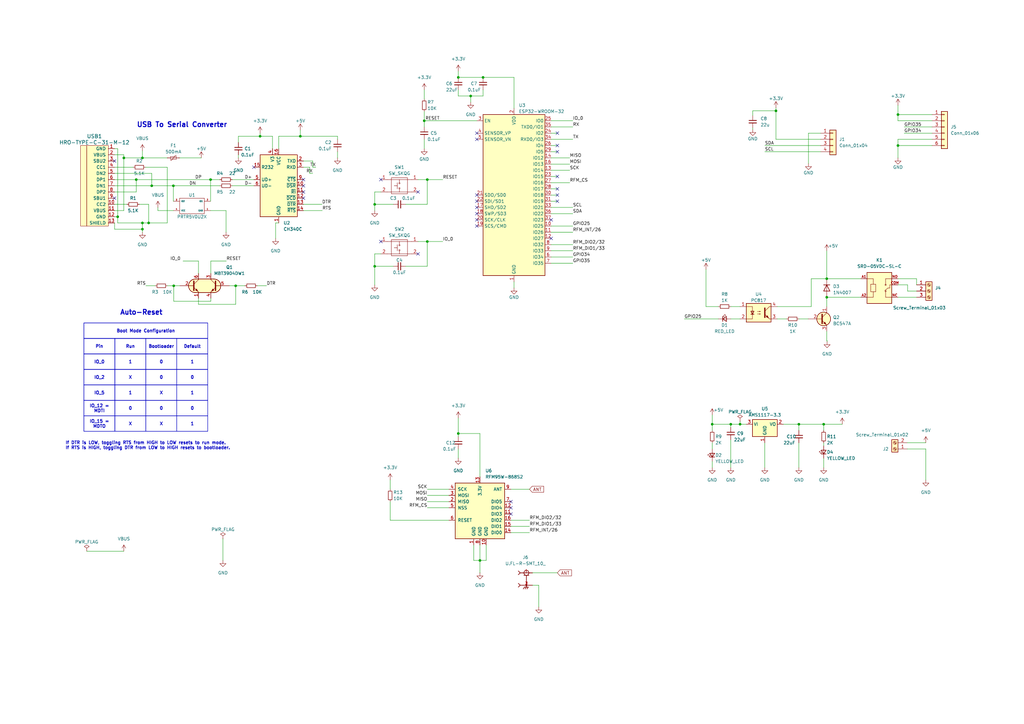
<source format=kicad_sch>
(kicad_sch (version 20231120) (generator "eeschema") (generator_version "8.0")
  (paper "A3")
  (title_block (title "IOT_ESP32") (date "2024-05-27") (company "InspireTech"))
  (junction (at 339.09 121.92))
  (junction (at 339.09 114.3))
  (junction (at 55.88 73.66))
  (junction (at 71.12 76.2))
  (junction (at 153.67 109.22))
  (junction (at 62.23 76.2))
  (junction (at 187.96 177.8))
  (junction (at 198.12 31.75))
  (junction (at 327.66 173.99))
  (junction (at 106.68 55.88))
  (junction (at 173.99 49.53))
  (junction (at 175.26 99.06))
  (junction (at 123.19 55.88))
  (junction (at 196.85 229.87))
  (junction (at 58.42 93.98))
  (junction (at 60.96 91.44))
  (junction (at 48.26 88.9))
  (junction (at 58.42 64.77))
  (junction (at 187.96 31.75))
  (junction (at 175.26 73.66))
  (junction (at 368.3 59.69))
  (junction (at 153.67 83.82))
  (junction (at 58.42 91.44))
  (junction (at 71.247 117.221))
  (junction (at 86.36 73.66))
  (junction (at 368.3 46.99))
  (junction (at 299.72 173.99))
  (junction (at 303.53 173.99))
  (junction (at 50.8 64.77))
  (junction (at 337.82 173.99))
  (junction (at 193.04 39.37))
  (junction (at 96.647 117.221))
  (junction (at 292.1 173.99))
  (junction (at 318.262 45.466))
  (no_connect (at 228.6 59.69))
  (no_connect (at 226.06 97.79))
  (no_connect (at 104.14 68.58))
  (no_connect (at 195.58 92.71))
  (no_connect (at 228.6 77.47))
  (no_connect (at 195.58 82.55))
  (no_connect (at 228.6 80.01))
  (no_connect (at 46.99 66.04))
  (no_connect (at 156.21 99.06))
  (no_connect (at 124.46 76.2))
  (no_connect (at 124.46 78.74))
  (no_connect (at 228.6 82.55))
  (no_connect (at 195.58 80.01))
  (no_connect (at 124.46 73.66))
  (no_connect (at 226.06 90.17))
  (no_connect (at 171.45 104.14))
  (no_connect (at 195.58 57.15))
  (no_connect (at 156.21 73.66))
  (no_connect (at 209.55 205.74))
  (no_connect (at 195.58 85.09))
  (no_connect (at 195.58 54.61))
  (no_connect (at 209.55 208.28))
  (no_connect (at 171.45 78.74))
  (no_connect (at 46.99 81.28))
  (no_connect (at 124.46 81.28))
  (no_connect (at 195.58 87.63))
  (no_connect (at 195.58 90.17))
  (no_connect (at 228.6 72.39))
  (no_connect (at 228.6 62.23))
  (no_connect (at 209.55 210.82))
  (no_connect (at 228.6 54.61))
  (wire (pts (xy 217.17 213.36) (xy 209.55 213.36)))
  (wire (pts (xy 106.68 54.61) (xy 106.68 55.88)))
  (wire (pts (xy 161.29 109.22) (xy 153.67 109.22)))
  (polyline (pts (xy 47.117 138.811) (xy 47.117 176.911)))
  (wire (pts (xy 368.3 114.3) (xy 375.92 114.3)))
  (wire (pts (xy 46.99 60.96) (xy 48.26 60.96)))
  (wire (pts (xy 166.37 83.82) (xy 175.26 83.82)))
  (wire (pts (xy 337.82 173.99) (xy 345.44 173.99)))
  (wire (pts (xy 75.057 107.061) (xy 81.407 107.061)))
  (wire (pts (xy 68.707 117.221) (xy 71.247 117.221)))
  (wire (pts (xy 299.72 125.73) (xy 303.53 125.73)))
  (wire (pts (xy 113.03 91.44) (xy 113.03 97.79)))
  (wire (pts (xy 226.06 74.93) (xy 233.68 74.93)))
  (wire (pts (xy 60.96 91.44) (xy 68.58 91.44)))
  (wire (pts (xy 166.37 109.22) (xy 175.26 109.22)))
  (wire (pts (xy 59.69 68.58) (xy 68.58 68.58)))
  (wire (pts (xy 46.99 83.82) (xy 52.07 83.82)))
  (wire (pts (xy 71.12 76.2) (xy 90.17 76.2)))
  (wire (pts (xy 60.96 83.82) (xy 60.96 91.44)))
  (wire (pts (xy 175.26 109.22) (xy 175.26 99.06)))
  (wire (pts (xy 55.88 73.66) (xy 86.36 73.66)))
  (wire (pts (xy 303.53 172.72) (xy 303.53 173.99)))
  (wire (pts (xy 210.82 44.45) (xy 210.82 31.75)))
  (wire (pts (xy 289.56 110.49) (xy 289.56 125.73)))
  (wire (pts (xy 46.99 86.36) (xy 50.8 86.36)))
  (wire (pts (xy 226.06 54.61) (xy 228.6 54.61)))
  (wire (pts (xy 370.84 54.61) (xy 382.27 54.61)))
  (wire (pts (xy 153.67 83.82) (xy 153.67 78.74)))
  (wire (pts (xy 71.12 76.2) (xy 71.12 82.55)))
  (polyline (pts (xy 34.417 157.861) (xy 85.217 157.861)))
  (wire (pts (xy 173.99 49.53) (xy 173.99 52.07)))
  (wire (pts (xy 62.23 76.2) (xy 71.12 76.2)))
  (wire (pts (xy 161.29 83.82) (xy 153.67 83.82)))
  (wire (pts (xy 368.3 59.69) (xy 382.27 59.69)))
  (wire (pts (xy 58.42 64.77) (xy 68.58 64.77)))
  (wire (pts (xy 138.43 64.77) (xy 138.43 62.23)))
  (wire (pts (xy 308.737 53.086) (xy 308.737 52.451)))
  (wire (pts (xy 337.82 187.96) (xy 337.82 191.77)))
  (wire (pts (xy 106.68 55.88) (xy 111.76 55.88)))
  (wire (pts (xy 196.85 223.52) (xy 196.85 229.87)))
  (wire (pts (xy 153.67 109.22) (xy 153.67 104.14)))
  (wire (pts (xy 226.06 64.77) (xy 233.68 64.77)))
  (polyline (pts (xy 59.817 138.811) (xy 59.817 176.911)))
  (wire (pts (xy 58.42 91.44) (xy 60.96 91.44)))
  (wire (pts (xy 187.96 171.45) (xy 187.96 177.8)))
  (wire (pts (xy 303.53 173.99) (xy 306.07 173.99)))
  (wire (pts (xy 153.67 78.74) (xy 156.21 78.74)))
  (wire (pts (xy 96.647 117.221) (xy 100.457 117.221)))
  (wire (pts (xy 198.12 39.37) (xy 193.04 39.37)))
  (wire (pts (xy 58.42 91.44) (xy 58.42 93.98)))
  (wire (pts (xy 372.11 184.15) (xy 379.73 184.15)))
  (wire (pts (xy 160.02 205.74) (xy 160.02 213.36)))
  (wire (pts (xy 46.99 73.66) (xy 55.88 73.66)))
  (wire (pts (xy 226.06 49.53) (xy 234.95 49.53)))
  (wire (pts (xy 339.09 135.89) (xy 339.09 139.7)))
  (wire (pts (xy 220.98 240.03) (xy 218.44 240.03)))
  (wire (pts (xy 327.66 173.99) (xy 337.82 173.99)))
  (wire (pts (xy 331.597 54.61) (xy 331.597 67.056)))
  (wire (pts (xy 123.19 53.34) (xy 123.19 55.88)))
  (wire (pts (xy 46.99 76.2) (xy 62.23 76.2)))
  (wire (pts (xy 114.3 55.88) (xy 114.3 60.96)))
  (wire (pts (xy 289.56 125.73) (xy 294.64 125.73)))
  (wire (pts (xy 48.26 60.96) (xy 48.26 88.9)))
  (wire (pts (xy 173.99 49.53) (xy 173.99 45.72)))
  (wire (pts (xy 96.647 117.221) (xy 96.647 124.841)))
  (wire (pts (xy 226.06 95.25) (xy 234.95 95.25)))
  (wire (pts (xy 138.43 55.88) (xy 123.19 55.88)))
  (wire (pts (xy 160.02 196.85) (xy 160.02 200.66)))
  (wire (pts (xy 46.99 93.98) (xy 58.42 93.98)))
  (wire (pts (xy 313.69 181.61) (xy 313.69 191.77)))
  (wire (pts (xy 318.77 130.81) (xy 322.58 130.81)))
  (wire (pts (xy 339.09 121.92) (xy 353.06 121.92)))
  (wire (pts (xy 175.26 203.2) (xy 184.15 203.2)))
  (wire (pts (xy 226.06 92.71) (xy 234.95 92.71)))
  (wire (pts (xy 194.31 229.87) (xy 196.85 229.87)))
  (wire (pts (xy 95.25 73.66) (xy 104.14 73.66)))
  (wire (pts (xy 234.95 105.41) (xy 226.06 105.41)))
  (wire (pts (xy 106.68 55.88) (xy 97.79 55.88)))
  (wire (pts (xy 153.67 83.82) (xy 153.67 86.36)))
  (wire (pts (xy 226.06 85.09) (xy 234.95 85.09)))
  (wire (pts (xy 128.27 66.04) (xy 128.27 68.58)))
  (wire (pts (xy 46.99 68.58) (xy 54.61 68.58)))
  (wire (pts (xy 368.3 46.99) (xy 382.27 46.99)))
  (wire (pts (xy 337.82 182.88) (xy 337.82 181.61)))
  (wire (pts (xy 228.6 62.23) (xy 226.06 62.23)))
  (wire (pts (xy 299.72 173.99) (xy 303.53 173.99)))
  (wire (pts (xy 337.82 173.99) (xy 337.82 176.53)))
  (wire (pts (xy 81.407 122.301) (xy 81.407 124.841)))
  (wire (pts (xy 58.42 61.849) (xy 58.42 64.77)))
  (wire (pts (xy 46.99 71.12) (xy 62.23 71.12)))
  (wire (pts (xy 226.06 102.87) (xy 234.95 102.87)))
  (wire (pts (xy 196.85 229.87) (xy 196.85 234.95)))
  (wire (pts (xy 48.26 91.44) (xy 58.42 91.44)))
  (wire (pts (xy 217.17 215.9) (xy 209.55 215.9)))
  (wire (pts (xy 124.46 66.04) (xy 128.27 66.04)))
  (wire (pts (xy 59.817 117.221) (xy 63.627 117.221)))
  (wire (pts (xy 35.56 226.06) (xy 50.8 226.06)))
  (wire (pts (xy 175.26 73.66) (xy 181.61 73.66)))
  (wire (pts (xy 127 71.12) (xy 128.27 71.12)))
  (wire (pts (xy 86.487 122.301) (xy 86.487 123.571)))
  (wire (pts (xy 97.79 55.88) (xy 97.79 58.42)))
  (wire (pts (xy 368.3 121.92) (xy 375.92 121.92)))
  (wire (pts (xy 64.77 86.36) (xy 64.77 85.09)))
  (wire (pts (xy 368.3 116.84) (xy 372.237 116.84)))
  (wire (pts (xy 57.15 83.82) (xy 60.96 83.82)))
  (wire (pts (xy 370.84 52.07) (xy 382.27 52.07)))
  (wire (pts (xy 327.66 181.61) (xy 327.66 191.77)))
  (wire (pts (xy 86.36 73.66) (xy 90.17 73.66)))
  (wire (pts (xy 368.3 59.69) (xy 368.3 64.77)))
  (wire (pts (xy 86.487 123.571) (xy 71.247 123.571)))
  (wire (pts (xy 187.96 187.96) (xy 187.96 184.15)))
  (wire (pts (xy 368.3 49.53) (xy 382.27 49.53)))
  (wire (pts (xy 379.73 184.15) (xy 379.73 196.85)))
  (wire (pts (xy 175.26 99.06) (xy 171.45 99.06)))
  (wire (pts (xy 127 68.58) (xy 127 71.12)))
  (wire (pts (xy 86.487 107.061) (xy 92.837 107.061)))
  (wire (pts (xy 71.247 123.571) (xy 71.247 117.221)))
  (wire (pts (xy 114.3 55.88) (xy 123.19 55.88)))
  (polyline (pts (xy 34.417 145.161) (xy 85.217 145.161)))
  (wire (pts (xy 368.3 46.99) (xy 368.3 49.53)))
  (wire (pts (xy 91.44 220.98) (xy 91.44 229.87)))
  (wire (pts (xy 111.76 55.88) (xy 111.76 60.96)))
  (wire (pts (xy 372.237 119.38) (xy 375.92 119.38)))
  (wire (pts (xy 196.85 177.8) (xy 196.85 195.58)))
  (wire (pts (xy 95.25 76.2) (xy 104.14 76.2)))
  (wire (pts (xy 71.12 86.36) (xy 64.77 86.36)))
  (wire (pts (xy 226.06 87.63) (xy 234.95 87.63)))
  (wire (pts (xy 105.537 117.221) (xy 109.347 117.221)))
  (wire (pts (xy 226.06 69.85) (xy 233.68 69.85)))
  (wire (pts (xy 339.09 114.3) (xy 353.06 114.3)))
  (wire (pts (xy 97.79 64.77) (xy 97.79 63.5)))
  (wire (pts (xy 46.99 63.5) (xy 50.8 63.5)))
  (wire (pts (xy 292.1 173.99) (xy 292.1 176.53)))
  (wire (pts (xy 226.06 77.47) (xy 228.6 77.47)))
  (wire (pts (xy 187.96 29.21) (xy 187.96 31.75)))
  (wire (pts (xy 318.262 45.466) (xy 318.262 57.15)))
  (wire (pts (xy 86.487 112.141) (xy 86.487 107.061)))
  (wire (pts (xy 339.09 139.7) (xy 339.217 139.7)))
  (wire (pts (xy 193.04 39.37) (xy 193.04 41.91)))
  (wire (pts (xy 226.06 72.39) (xy 228.6 72.39)))
  (wire (pts (xy 318.77 125.73) (xy 332.74 125.73)))
  (wire (pts (xy 228.6 234.95) (xy 218.44 234.95)))
  (wire (pts (xy 336.55 57.15) (xy 318.262 57.15)))
  (wire (pts (xy 226.06 82.55) (xy 228.6 82.55)))
  (wire (pts (xy 124.46 68.58) (xy 127 68.58)))
  (wire (pts (xy 199.39 223.52) (xy 199.39 229.87)))
  (wire (pts (xy 339.09 121.92) (xy 339.09 125.73)))
  (wire (pts (xy 81.407 107.061) (xy 81.407 112.141)))
  (wire (pts (xy 153.67 109.22) (xy 153.67 116.84)))
  (wire (pts (xy 50.8 63.5) (xy 50.8 64.77)))
  (wire (pts (xy 114.3 91.44) (xy 113.03 91.44)))
  (wire (pts (xy 280.67 130.81) (xy 294.64 130.81)))
  (wire (pts (xy 92.71 86.36) (xy 86.36 86.36)))
  (wire (pts (xy 372.237 116.84) (xy 372.237 119.38)))
  (wire (pts (xy 226.06 57.15) (xy 234.95 57.15)))
  (wire (pts (xy 292.1 173.99) (xy 299.72 173.99)))
  (polyline (pts (xy 34.417 164.211) (xy 85.217 164.211)))
  (wire (pts (xy 234.95 107.95) (xy 226.06 107.95)))
  (wire (pts (xy 210.82 31.75) (xy 198.12 31.75)))
  (wire (pts (xy 175.26 200.66) (xy 184.15 200.66)))
  (wire (pts (xy 187.96 177.8) (xy 187.96 179.07)))
  (wire (pts (xy 175.26 205.74) (xy 184.15 205.74)))
  (wire (pts (xy 82.55 64.77) (xy 73.66 64.77)))
  (wire (pts (xy 220.98 248.92) (xy 220.98 240.03)))
  (wire (pts (xy 94.107 117.221) (xy 96.647 117.221)))
  (wire (pts (xy 292.1 170.18) (xy 292.1 173.99)))
  (wire (pts (xy 175.26 99.06) (xy 181.61 99.06)))
  (wire (pts (xy 313.69 59.69) (xy 336.55 59.69)))
  (wire (pts (xy 292.1 181.61) (xy 292.1 184.15)))
  (wire (pts (xy 138.43 57.15) (xy 138.43 55.88)))
  (wire (pts (xy 153.67 104.14) (xy 156.21 104.14)))
  (wire (pts (xy 299.72 173.99) (xy 299.72 175.26)))
  (wire (pts (xy 124.46 83.82) (xy 132.08 83.82)))
  (wire (pts (xy 50.8 64.77) (xy 50.8 86.36)))
  (wire (pts (xy 193.04 39.37) (xy 187.96 39.37)))
  (wire (pts (xy 50.8 64.77) (xy 58.42 64.77)))
  (wire (pts (xy 339.09 102.87) (xy 339.09 114.3)))
  (wire (pts (xy 198.12 36.83) (xy 198.12 39.37)))
  (wire (pts (xy 327.66 130.81) (xy 331.47 130.81)))
  (polyline (pts (xy 34.417 138.811) (xy 85.217 138.811)))
  (wire (pts (xy 318.262 44.196) (xy 318.262 45.466)))
  (wire (pts (xy 194.31 223.52) (xy 194.31 229.87)))
  (wire (pts (xy 332.74 125.73) (xy 332.74 114.3)))
  (wire (pts (xy 62.23 71.12) (xy 62.23 76.2)))
  (wire (pts (xy 71.247 117.221) (xy 73.787 117.221)))
  (wire (pts (xy 321.31 173.99) (xy 327.66 173.99)))
  (wire (pts (xy 332.74 114.3) (xy 339.09 114.3)))
  (polyline (pts (xy 34.417 151.511) (xy 85.217 151.511)))
  (wire (pts (xy 313.69 62.23) (xy 336.55 62.23)))
  (wire (pts (xy 46.99 93.98) (xy 46.99 91.44)))
  (wire (pts (xy 375.92 114.3) (xy 375.92 116.84)))
  (wire (pts (xy 372.11 181.61) (xy 379.73 181.61)))
  (wire (pts (xy 299.72 130.81) (xy 303.53 130.81)))
  (wire (pts (xy 175.26 73.66) (xy 171.45 73.66)))
  (wire (pts (xy 299.72 180.34) (xy 299.72 191.77)))
  (wire (pts (xy 199.39 229.87) (xy 196.85 229.87)))
  (wire (pts (xy 209.55 200.66) (xy 217.17 200.66)))
  (wire (pts (xy 81.407 124.841) (xy 96.647 124.841)))
  (wire (pts (xy 187.96 39.37) (xy 187.96 36.83)))
  (wire (pts (xy 327.66 173.99) (xy 327.66 176.53)))
  (wire (pts (xy 226.06 67.31) (xy 233.68 67.31)))
  (polyline (pts (xy 72.517 138.811) (xy 72.517 176.911)))
  (wire (pts (xy 217.17 218.44) (xy 209.55 218.44)))
  (wire (pts (xy 173.99 36.83) (xy 173.99 40.64)))
  (wire (pts (xy 210.82 115.57) (xy 210.82 118.11)))
  (wire (pts (xy 46.99 78.74) (xy 55.88 78.74)))
  (wire (pts (xy 124.46 86.36) (xy 132.207 86.36)))
  (wire (pts (xy 228.6 59.69) (xy 226.06 59.69)))
  (wire (pts (xy 175.26 208.28) (xy 184.15 208.28)))
  (wire (pts (xy 46.99 88.9) (xy 48.26 88.9)))
  (wire (pts (xy 368.3 43.18) (xy 368.3 46.99)))
  (wire (pts (xy 336.55 54.61) (xy 331.597 54.61)))
  (wire (pts (xy 58.42 93.98) (xy 58.42 95.25)))
  (wire (pts (xy 173.99 57.15) (xy 173.99 60.96)))
  (wire (pts (xy 175.26 83.82) (xy 175.26 73.66)))
  (wire (pts (xy 92.71 86.36) (xy 92.71 95.25)))
  (wire (pts (xy 292.1 189.23) (xy 292.1 191.77)))
  (wire (pts (xy 368.3 57.15) (xy 368.3 59.69)))
  (wire (pts (xy 226.06 100.33) (xy 234.95 100.33)))
  (wire (pts (xy 339.217 139.7) (xy 339.217 140.081)))
  (wire (pts (xy 368.3 57.15) (xy 382.27 57.15)))
  (wire (pts (xy 128.27 68.58) (xy 129.54 68.58)))
  (wire (pts (xy 187.96 31.75) (xy 198.12 31.75)))
  (wire (pts (xy 226.06 80.01) (xy 228.6 80.01)))
  (wire (pts (xy 55.88 73.66) (xy 55.88 78.74)))
  (polyline (pts (xy 34.417 170.561) (xy 85.217 170.561)))
  (wire (pts (xy 226.06 52.07) (xy 234.95 52.07)))
  (wire (pts (xy 48.26 88.9) (xy 48.26 91.44)))
  (wire (pts (xy 195.58 49.53) (xy 173.99 49.53)))
  (wire (pts (xy 187.96 177.8) (xy 196.85 177.8)))
  (wire (pts (xy 184.15 213.36) (xy 160.02 213.36)))
  (wire (pts (xy 308.737 45.466) (xy 308.737 47.371)))
  (wire (pts (xy 68.58 68.58) (xy 68.58 91.44)))
  (wire (pts (xy 308.737 45.466) (xy 318.262 45.466)))
  (wire (pts (xy 86.36 73.66) (xy 86.36 82.55)))
  (rectangle (start 34.417 132.461) (end 85.217 176.911))
  (text_box "Pin" (at 34.417 138.811 0) (size 12.7 6.35) (effects (font (size 1.27 1.27) (thickness 0.254) (bold yes))))
  (text_box "Run" (at 47.117 138.811 0) (size 12.7 6.35) (effects (font (size 1.27 1.27) (thickness 0.254) (bold yes))))
  (text_box "X" (at 59.817 170.561 0) (size 12.7 6.35) (effects (font (size 1.27 1.27) (thickness 0.254) (bold yes))))
  (text_box "1" (at 47.117 157.861 0) (size 12.7 6.35) (effects (font (size 1.27 1.27) (thickness 0.254) (bold yes))))
  (text_box "0" (at 59.817 164.211 0) (size 12.7 6.35) (effects (font (size 1.27 1.27) (thickness 0.254) (bold yes))))
  (text_box "X" (at 59.817 157.861 0) (size 12.7 6.35) (effects (font (size 1.27 1.27) (thickness 0.254) (bold yes))))
  (text_box "Default" (at 72.517 138.811 0) (size 12.7 6.35) (effects (font (size 1.27 1.27) (thickness 0.254) (bold yes))))
  (text_box "Bootloader" (at 59.817 138.811 0) (size 12.7 6.35) (effects (font (size 1.27 1.27) (thickness 0.254) (bold yes))))
  (text_box "0" (at 72.517 164.211 0) (size 12.7 6.35) (effects (font (size 1.27 1.27) (thickness 0.254) (bold yes))))
  (text_box "IO_2" (at 34.417 151.511 0) (size 12.7 6.35) (effects (font (size 1.27 1.27) (thickness 0.254) (bold yes))))
  (text_box "IO_5" (at 34.417 157.861 0) (size 12.7 6.35) (effects (font (size 1.27 1.27) (thickness 0.254) (bold yes))))
  (text_box "IO_0" (at 34.417 145.161 0) (size 12.7 6.35) (effects (font (size 1.27 1.27) (thickness 0.254) (bold yes))))
  (text_box "IO_15 = MDTO" (at 34.417 170.561 0) (size 12.7 6.35) (effects (font (size 1.27 1.27) (thickness 0.254) (bold yes))))
  (text_box "X" (at 47.117 170.561 0) (size 12.7 6.35) (effects (font (size 1.27 1.27) (thickness 0.254) (bold yes))))
  (text_box "1" (at 72.517 157.861 0) (size 12.7 6.35) (effects (font (size 1.27 1.27) (thickness 0.254) (bold yes))))
  (text_box "IO_12 = MDTI" (at 34.417 164.211 0) (size 12.7 6.35) (effects (font (size 1.27 1.27) (thickness 0.254) (bold yes))))
  (text_box "0" (at 47.117 164.211 0) (size 12.7 6.35) (effects (font (size 1.27 1.27) (thickness 0.254) (bold yes))))
  (text_box "1" (at 72.517 170.561 0) (size 12.7 6.35) (effects (font (size 1.27 1.27) (thickness 0.254) (bold yes))))
  (text_box "0" (at 59.817 145.161 0) (size 12.7 6.35) (effects (font (size 1.27 1.27) (thickness 0.254) (bold yes))))
  (text_box "X" (at 47.117 151.511 0) (size 12.7 6.35) (effects (font (size 1.27 1.27) (thickness 0.254) (bold yes))))
  (text_box "1" (at 47.117 145.161 0) (size 12.7 6.35) (effects (font (size 1.27 1.27) (thickness 0.254) (bold yes))))
  (text_box "0" (at 72.517 151.511 0) (size 12.7 6.35) (effects (font (size 1.27 1.27) (thickness 0.254) (bold yes))))
  (text_box "1" (at 72.517 145.161 0) (size 12.7 6.35) (effects (font (size 1.27 1.27) (thickness 0.254) (bold yes))))
  (text_box "0" (at 59.817 151.511 0) (size 12.7 6.35) (effects (font (size 1.27 1.27) (thickness 0.254) (bold yes))))
  (text_box "Boot Mode Configuration" (at 34.417 132.461 0) (size 50.8 6.35) (effects (font (size 1.27 1.27) (bold yes))))
  (text "USB To Serial Converter" (at 56.007 52.451 0) (effects (font (size 2 2) (thickness 0.4) (bold yes)) (justify left bottom)))
  (text "Auto-Reset" (at 49.149 129.413 0) (effects (font (size 2 2) (thickness 0.4) (bold yes)) (justify left bottom)))
  (text "If DTR is LOW, toggling RTS from HIGH to LOW resets to run mode.\nIf RTS is HIGH, toggling DTR from LOW to HIGH resets to bootloader." (at 26.797 184.531 0) (effects (font (size 1.27 1.27) (bold yes)) (justify left bottom)))
  (label "GPIO25" (at 280.67 130.81 0))
  (label "RESET" (at 92.837 107.061 0))
  (label "RTS" (at 132.207 86.36 0))
  (label "DP" (at 80.01 73.66 0))
  (label "MOSI" (at 175.26 203.2 180))
  (label "RX" (at 128.27 71.12 180))
  (label "IO_0" (at 181.61 99.06 0))
  (label "GPIO25" (at 234.95 92.71 0))
  (label "SCK" (at 233.68 69.85 0))
  (label "RFM_CS" (at 233.68 74.93 0))
  (label "MISO" (at 233.68 64.77 0))
  (label "TX" (at 234.95 57.15 0))
  (label "RFM_DIO2{slash}32" (at 234.95 100.33 0))
  (label "GPIO35" (at 234.95 107.95 0))
  (label "RFM_DIO1{slash}33" (at 234.95 102.87 0))
  (label "MOSI" (at 233.68 67.31 0))
  (label "DN" (at 77.597 76.2 0))
  (label "IO_0 " (at 75.057 107.061 180))
  (label "DTR" (at 109.347 117.221 0))
  (label "TX" (at 129.54 68.58 180))
  (label "SCL" (at 234.95 85.09 0))
  (label "GPIO34" (at 370.84 54.61 0))
  (label "RFM_CS" (at 175.26 208.28 180))
  (label "RESET" (at 180.34 49.53 180))
  (label "MISO" (at 175.26 205.74 180))
  (label "SDA" (at 234.95 87.63 0))
  (label "RFM_INT{slash}26" (at 217.17 218.44 0))
  (label "IO_0 " (at 234.95 49.53 0))
  (label "RFM_INT{slash}26" (at 234.95 95.25 0))
  (label "SDA" (at 313.69 59.69 0))
  (label "D+" (at 100.33 73.66 0))
  (label "SCK" (at 175.26 200.66 180))
  (label "SCL" (at 313.69 62.23 0))
  (label "RFM_DIO1{slash}33" (at 217.17 215.9 0))
  (label "RFM_DIO2{slash}32" (at 217.17 213.36 0))
  (label "D-" (at 100.33 76.2 0))
  (label "DTR" (at 132.08 83.82 0))
  (label "RTS" (at 59.817 117.221 180))
  (label "RESET" (at 181.61 73.66 0))
  (label "GPIO35" (at 370.84 52.07 0))
  (label "RX" (at 234.95 52.07 0))
  (label "GPIO34" (at 234.95 105.41 0))
  (global_label "ANT" (shape input) (at 217.17 200.66 0) (property "Intersheetrefs" "${INTERSHEET_REFS}" (effects (hide yes))))
  (global_label "ANT" (shape input) (at 228.6 234.95 0) (property "Intersheetrefs" "${INTERSHEET_REFS}" (effects (hide yes))))
  (symbol (lib_id "Connector_Generic:Conn_01x06") (at 387.35 52.07 0) (unit 1)
    (property "Reference" "J5" (at 389.89 52.0699 0) (effects (justify left)))
    (property "Value" "Conn_01x06" (at 389.89 54.6099 0) (effects (justify left)))
    (property "Footprint" "Connector_PinHeader_2.54mm:PinHeader_1x06_P2.54mm_Vertical" (effects (hide yes)))
    (property "Description" "Generic connector, single row, 01x06, script generated (kicad-library-utils/schlib/autogen/connector/)" (effects (hide yes)))
  )
  (symbol (lib_id "power:GND") (at 113.03 97.79 0) (unit 1)
    (property "Reference" "#PWR011" (effects (hide yes)))
    (property "Value" "GND" (at 113.03 102.87 0))
  )
  (symbol (lib_id "power:GND") (at 58.42 95.25 0) (unit 1)
    (property "Reference" "#PWR02" (effects (hide yes)))
    (property "Value" "GND" (at 58.42 100.33 0))
  )
  (symbol (lib_id "power:VDD") (at 292.1 170.18 0) (unit 1)
    (property "Reference" "#PWR025" (effects (hide yes)))
    (property "Value" "+5V" (at 292.608 168.148 0) (effects (justify left)))
  )
  (symbol (lib_id "Device:C_Small") (at 308.737 49.911 0) (unit 1)
    (property "Reference" "C8" (at 311.912 48.6473 0) (effects (justify left)))
    (property "Value" "22u" (at 311.912 51.1873 0) (effects (justify left)))
    (property "Footprint" "Capacitor_SMD:C_0805_2012Metric_Pad1.18x1.45mm_HandSolder" (effects (hide yes)))
  )
  (symbol (lib_id "Device:C_Small") (at 299.72 177.8 0) (unit 1)
    (property "Reference" "C9" (at 302.26 177.8 0) (effects (justify left)))
    (property "Value" "22uF" (at 300.99 180.34 0) (effects (justify left)))
    (property "Footprint" "Capacitor_SMD:C_0805_2012Metric_Pad1.18x1.45mm_HandSolder" (effects (hide yes)))
  )
  (symbol (lib_id "Device:R_Small") (at 66.167 117.221 90) (unit 1)
    (property "Reference" "R3" (at 63.627 119.761 90))
    (property "Value" "10K" (at 68.707 119.761 90))
    (property "Footprint" "Resistor_SMD:R_0805_2012Metric_Pad1.20x1.40mm_HandSolder" (effects (hide yes)))
  )
  (symbol (lib_id "power:+3.3V") (at 160.02 196.85 0) (unit 1)
    (property "Reference" "#PWR046" (effects (hide yes)))
    (property "Value" "+3.3V" (at 160.02 191.77 0))
  )
  (symbol (lib_id "Device:R_Small") (at 92.71 76.2 90) (unit 1)
    (property "Reference" "R5" (at 90.17 78.74 90))
    (property "Value" "22" (at 95.25 78.74 90))
    (property "Footprint" "Resistor_SMD:R_0805_2012Metric_Pad1.20x1.40mm_HandSolder" (effects (hide yes)))
  )
  (symbol (lib_id "Connector_Generic:Conn_01x04") (at 341.63 57.15 0) (unit 1)
    (property "Reference" "J1" (at 344.17 57.1499 0) (effects (justify left)))
    (property "Value" "Conn_01x04" (at 344.17 59.6899 0) (effects (justify left)))
    (property "Footprint" "Connector_PinHeader_2.54mm:PinHeader_1x04_P2.54mm_Vertical" (effects (hide yes)))
    (property "Description" "Generic connector, single row, 01x04, script generated (kicad-library-utils/schlib/autogen/connector/)" (effects (hide yes)))
  )
  (symbol (lib_id "power:+3.3V") (at 379.73 181.61 0) (unit 1)
    (property "Reference" "#PWR030" (effects (hide yes)))
    (property "Value" "+5V" (at 379.73 176.53 0))
  )
  (symbol (lib_id "Device:R_Small") (at 102.997 117.221 90) (unit 1)
    (property "Reference" "R6" (at 100.457 119.761 90))
    (property "Value" "10K" (at 105.537 119.761 90))
    (property "Footprint" "Resistor_SMD:R_0805_2012Metric_Pad1.20x1.40mm_HandSolder" (effects (hide yes)))
  )
  (symbol (lib_id "IOT_ESP32-Library:Screw_Terminal_01x03") (at 381 119.38 0) (unit 1)
    (property "Reference" "J4" (at 383.54 118.1099 0) (effects (justify left)))
    (property "Value" "Screw_Terminal_01x03" (at 366.268 126.238 0) (effects (justify left)))
    (property "Footprint" "TerminalBlock_Phoenix:TerminalBlock_Phoenix_MKDS-1,5-3_1x03_P5.00mm_Horizontal" (effects (hide yes)))
    (property "Description" "Generic screw terminal, single row, 01x03, script generated (kicad-library-utils/schlib/autogen/connector/)" (effects (hide yes)))
  )
  (symbol (lib_id "Device:R_Small") (at 160.02 203.2 0) (unit 1)
    (property "Reference" "R13" (at 161.29 201.93 0) (effects (justify left)))
    (property "Value" "10K" (at 161.29 204.47 0) (effects (justify left)))
    (property "Footprint" "Resistor_SMD:R_0805_2012Metric_Pad1.20x1.40mm_HandSolder" (effects (hide yes)))
  )
  (symbol (lib_id "Device:Polyfuse_Small") (at 71.12 64.77 90) (unit 1)
    (property "Reference" "F1" (at 71.12 59.69 90))
    (property "Value" "500mA" (at 71.12 62.23 90))
    (property "Footprint" "Fuse:Fuse_1206_3216Metric_Pad1.42x1.75mm_HandSolder" (effects (hide yes)))
  )
  (symbol (lib_name "BC547A_3") (lib_id "local_lib:BC547A") (at 336.55 130.81 0) (unit 1)
    (property "Reference" "Q2" (at 341.63 130.175 0) (effects (justify left)))
    (property "Value" "BC547A" (at 341.63 132.715 0) (effects (justify left)))
    (property "Footprint" "global_Library:BC547A" (effects (hide yes)))
    (property "Datasheet" "https://www.tme.eu/Document/6c5d898a533a0762c2bc33eb26c283a8/BC546-550-DTE.pdf" (effects (hide yes)))
  )
  (symbol (lib_id "Device:R_Small") (at 92.71 73.66 90) (unit 1)
    (property "Reference" "R4" (at 90.17 71.12 90))
    (property "Value" "22" (at 95.25 71.12 90))
    (property "Footprint" "Resistor_SMD:R_0805_2012Metric_Pad1.20x1.40mm_HandSolder" (effects (hide yes)))
  )
  (symbol (lib_id "power:GND") (at 220.98 248.92 0) (unit 1)
    (property "Reference" "#PWR07" (effects (hide yes)))
    (property "Value" "GND" (at 220.98 254 0))
  )
  (symbol (lib_id "power:GND") (at 91.44 229.87 0) (unit 1)
    (property "Reference" "#PWR010" (effects (hide yes)))
    (property "Value" "GND" (at 91.44 234.95 0))
  )
  (symbol (lib_id "power:+3.3V") (at 173.99 36.83 0) (unit 1)
    (property "Reference" "#PWR018" (effects (hide yes)))
    (property "Value" "+3.3V" (at 173.99 31.75 0))
  )
  (symbol (lib_id "power:PWR_FLAG") (at 91.44 220.98 0) (unit 1)
    (property "Reference" "#FLG03" (effects (hide yes)))
    (property "Value" "PWR_FLAG" (at 91.44 217.17 0))
  )
  (symbol (lib_id "Connector:Screw_Terminal_01x02") (at 367.03 184.15 180) (unit 1)
    (property "Reference" "J2" (at 364.49 184.1501 0) (effects (justify left)))
    (property "Value" "Screw_Terminal_01x02" (at 372.618 178.308 0) (effects (justify left)))
    (property "Footprint" "TerminalBlock_Phoenix:TerminalBlock_Phoenix_MKDS-1,5-2_1x02_P5.00mm_Horizontal" (effects (hide yes)))
    (property "Description" "Generic screw terminal, single row, 01x02, script generated (kicad-library-utils/schlib/autogen/connector/)" (effects (hide yes)))
  )
  (symbol (lib_id "power:PWR_FLAG") (at 303.53 172.72 0) (unit 1)
    (property "Reference" "#FLG04" (effects (hide yes)))
    (property "Value" "PWR_FLAG" (at 303.53 168.91 0))
  )
  (symbol (lib_id "Device:C_Small") (at 138.43 59.69 180) (unit 1)
    (property "Reference" "C2" (at 134.62 58.42 0))
    (property "Value" "0.1uF" (at 133.35 60.96 0))
    (property "Footprint" "Capacitor_SMD:C_0805_2012Metric_Pad1.18x1.45mm_HandSolder" (effects (hide yes)))
  )
  (symbol (lib_id "power:GND") (at 173.99 60.96 0) (unit 1)
    (property "Reference" "#PWR019" (effects (hide yes)))
    (property "Value" "GND" (at 173.99 65.278 0))
  )
  (symbol (lib_id "local_lib:SW_SKQG") (at 163.83 99.06 0) (unit 1)
    (property "Reference" "SW2" (at 163.83 93.98 0))
    (property "Value" "SW_SKQG" (at 163.83 96.52 0))
    (property "Footprint" "global_Library:SW_SPST_SKQG_WithStem" (effects (hide yes)))
  )
  (symbol (lib_id "power:GND") (at 313.69 191.77 0) (unit 1)
    (property "Reference" "#PWR032" (effects (hide yes)))
    (property "Value" "GND" (at 313.69 196.85 0))
  )
  (symbol (lib_id "local_lib:AMS1117-3.3") (at 313.69 173.99 0) (unit 1)
    (property "Reference" "U5" (at 313.69 167.64 0))
    (property "Value" "AMS1117-3.3" (at 313.69 170.18 0))
    (property "Footprint" "global_Library:AMS1117-3.3" (effects (hide yes)))
    (property "Datasheet" "http://www.advanced-monolithic.com/pdf/ds1117.pdf" (effects (hide yes)))
  )
  (symbol (lib_name "GND_1") (lib_id "power:GND") (at 187.96 187.96 0) (unit 1)
    (property "Reference" "#PWR045" (effects (hide yes)))
    (property "Value" "GND" (at 187.96 193.04 0))
    (property "Description" "Power symbol creates a global label with name \"GND\" , ground" (effects (hide yes)))
  )
  (symbol (lib_id "power:GND") (at 138.43 64.77 0) (unit 1)
    (property "Reference" "#PWR013" (effects (hide yes)))
    (property "Value" "GND" (at 138.43 69.85 0))
  )
  (symbol (lib_id "Device:C_Small") (at 187.96 181.61 0) (unit 1)
    (property "Reference" "C12" (at 182.88 181.61 0) (effects (justify left)))
    (property "Value" "0.1uF" (at 181.61 184.15 0) (effects (justify left)))
    (property "Footprint" "Capacitor_SMD:C_0805_2012Metric_Pad1.18x1.45mm_HandSolder" (effects (hide yes)))
  )
  (symbol (lib_id "Device:R_Small") (at 325.12 130.81 90) (unit 1)
    (property "Reference" "R10" (at 325.12 133.35 90))
    (property "Value" "1K" (at 325.12 135.89 90))
    (property "Footprint" "Resistor_SMD:R_0805_2012Metric_Pad1.20x1.40mm_HandSolder" (effects (hide yes)))
  )
  (symbol (lib_id "power:GND") (at 292.1 191.77 0) (unit 1)
    (property "Reference" "#PWR026" (effects (hide yes)))
    (property "Value" "GND" (at 292.1 196.85 0))
  )
  (symbol (lib_id "power:+3.3V") (at 187.96 171.45 0) (unit 1)
    (property "Reference" "#PWR044" (effects (hide yes)))
    (property "Value" "+3.3V" (at 187.96 166.37 0))
  )
  (symbol (lib_id "Device:R_Small") (at 337.82 179.07 0) (unit 1)
    (property "Reference" "R11" (at 339.09 179.07 0) (effects (justify left)))
    (property "Value" "2K" (at 339.09 181.61 0) (effects (justify left)))
    (property "Footprint" "Resistor_SMD:R_0805_2012Metric_Pad1.20x1.40mm_HandSolder" (effects (hide yes)))
  )
  (symbol (lib_id "power:VBUS") (at 64.77 85.09 0) (unit 1)
    (property "Reference" "#PWR03" (effects (hide yes)))
    (property "Value" "VBUS" (at 64.77 80.01 0))
  )
  (symbol (lib_id "power:GND") (at 327.66 191.77 0) (unit 1)
    (property "Reference" "#PWR036" (effects (hide yes)))
    (property "Value" "GND" (at 327.66 196.85 0))
  )
  (symbol (lib_id "power:GND") (at 97.79 64.77 0) (unit 1)
    (property "Reference" "#PWR08" (effects (hide yes)))
    (property "Value" "GND" (at 97.79 69.85 0))
  )
  (symbol (lib_id "power:VDD") (at 339.09 102.87 0) (unit 1)
    (property "Reference" "#PWR039" (effects (hide yes)))
    (property "Value" "+5V" (at 339.598 100.838 0) (effects (justify left)))
  )
  (symbol (lib_id "Device:LED_Small") (at 292.1 186.69 90) (unit 1)
    (property "Reference" "D2" (at 293.37 186.69 90) (effects (justify right)))
    (property "Value" "YELLOW_LED" (at 293.37 189.23 90) (effects (justify right)))
    (property "Footprint" "LED_SMD:LED_0805_2012Metric_Pad1.15x1.40mm_HandSolder" (effects (hide yes)))
  )
  (symbol (lib_id "power:GND") (at 337.82 191.77 0) (unit 1)
    (property "Reference" "#PWR037" (effects (hide yes)))
    (property "Value" "GND" (at 337.82 196.85 0))
  )
  (symbol (lib_name "PC817_3") (lib_id "local_lib:PC817") (at 311.15 128.27 0) (unit 1)
    (property "Reference" "U4" (at 311.15 120.65 0))
    (property "Value" "PC817" (at 311.15 123.19 0))
    (property "Footprint" "global_Library:PC817" (effects (hide yes)))
    (property "Datasheet" "http://www.soselectronic.cz/a_info/resource/d/pc817.pdf" (effects (hide yes)))
  )
  (symbol (lib_id "power:PWR_FLAG") (at 35.56 226.06 0) (unit 1)
    (property "Reference" "#FLG01" (effects (hide yes)))
    (property "Value" "PWR_FLAG" (at 35.56 222.25 0))
  )
  (symbol (lib_id "Device:R_Small") (at 57.15 68.58 90) (unit 1)
    (property "Reference" "R2" (at 57.15 66.04 90))
    (property "Value" "5.1K" (at 57.15 71.12 90))
    (property "Footprint" "Resistor_SMD:R_0805_2012Metric_Pad1.20x1.40mm_HandSolder" (effects (hide yes)))
  )
  (symbol (lib_id "power:GND") (at 299.72 191.77 0) (unit 1)
    (property "Reference" "#PWR028" (effects (hide yes)))
    (property "Value" "GND" (at 299.72 196.85 0))
  )
  (symbol (lib_id "power:GND") (at 368.3 64.77 0) (unit 1)
    (property "Reference" "#PWR034" (effects (hide yes)))
    (property "Value" "GND" (at 368.3 68.58 0))
  )
  (symbol (lib_id "power:+3.3V") (at 345.44 173.99 0) (unit 1)
    (property "Reference" "#PWR038" (effects (hide yes)))
    (property "Value" "+3.3V" (at 345.44 168.91 0))
  )
  (symbol (lib_id "power:GND") (at 379.73 196.85 0) (unit 1)
    (property "Reference" "#PWR031" (effects (hide yes)))
    (property "Value" "GND" (at 379.73 201.93 0))
  )
  (symbol (lib_id "local_lib:ESP32-WROOM-32") (at 210.82 80.01 0) (unit 1)
    (property "Reference" "U3" (at 212.7759 43.18 0) (effects (justify left)))
    (property "Value" "ESP32-WROOM-32" (at 212.7759 45.72 0) (effects (justify left)))
    (property "Footprint" "RF_Module:ESP32-WROOM-32" (effects (hide yes)))
    (property "Datasheet" "https://www.espressif.com/sites/default/files/documentation/esp32-wroom-32_datasheet_en.pdf" (effects (hide yes)))
  )
  (symbol (lib_id "power:+5V") (at 289.56 110.49 0) (unit 1)
    (property "Reference" "#PWR024" (effects (hide yes)))
    (property "Value" "+5V" (at 289.56 106.68 0))
  )
  (symbol (lib_id "U.FL-R-SMT_10_:U.FL-R-SMT_10_") (at 215.9 237.49 0) (unit 1)
    (property "Reference" "J6" (at 215.519 228.6 0))
    (property "Value" "U.FL-R-SMT_10_" (at 215.519 231.14 0))
    (property "Footprint" "global_Library:HRS_U.FL-R-SMT_10_" (effects (hide yes)))
    (property "MF" "Hirose Electric Co Ltd" (effects (hide yes)))
    (property "DESCRIPTION" "U.FL Series 50 Ohm Receptacle Male Pins Ultra Small SMT Coaxial Connector" (effects (hide yes)))
    (property "PACKAGE" "FakePackage u" (effects (hide yes)))
    (property "PRICE" "None" (effects (hide yes)))
    (property "Package" "None" (effects (hide yes)))
    (property "Check_prices" "https://www.snapeda.com/parts/U.FL-R-SMT(10)/Hirose+Electric+Co+Ltd/view-part/?ref=eda" (effects (hide yes)))
    (property "Price" "None" (effects (hide yes)))
    (property "SnapEDA_Link" "https://www.snapeda.com/parts/U.FL-R-SMT(10)/Hirose+Electric+Co+Ltd/view-part/?ref=snap" (effects (hide yes)))
    (property "MP" "U.FL-R-SMT(10)" (effects (hide yes)))
    (property "Availability" "In Stock" (effects (hide yes)))
    (property "AVAILABILITY" "Unavailable" (effects (hide yes)))
    (property "Description_1" "\nU.FL (UMCC) Connector Receptacle, Male Pin 50 Ohms Surface Mount Solder\n" (effects (hide yes)))
  )
  (symbol (lib_id "power:VBUS") (at 50.8 226.06 0) (unit 1)
    (property "Reference" "#PWR04" (effects (hide yes)))
    (property "Value" "VBUS" (at 50.8 220.98 0))
  )
  (symbol (lib_id "local_lib:CH340C") (at 114.3 76.2 0) (unit 1)
    (property "Reference" "U2" (at 116.2559 91.44 0) (effects (justify left)))
    (property "Value" "CH340C" (at 116.2559 93.98 0) (effects (justify left)))
    (property "Footprint" "global_Library:CH340C" (effects (hide yes)))
    (property "Datasheet" "https://datasheet.lcsc.com/szlcsc/Jiangsu-Qin-Heng-CH340C_C84681.pdf" (effects (hide yes)))
  )
  (symbol (lib_id "Device:R_Small") (at 173.99 43.18 0) (unit 1)
    (property "Reference" "R7" (at 175.26 41.91 0) (effects (justify left)))
    (property "Value" "10K" (at 175.26 44.45 0) (effects (justify left)))
    (property "Footprint" "Resistor_SMD:R_0805_2012Metric_Pad1.20x1.40mm_HandSolder" (effects (hide yes)))
  )
  (symbol (lib_id "power:GND") (at 153.67 116.84 0) (unit 1)
    (property "Reference" "#PWR015" (effects (hide yes)))
    (property "Value" "GND" (at 153.67 121.92 0))
  )
  (symbol (lib_name "SW_SKQG_1") (lib_id "local_lib:SW_SKQG") (at 163.83 73.66 0) (unit 1)
    (property "Reference" "SW1" (at 163.83 68.58 0))
    (property "Value" "SW_SKQG" (at 163.83 71.12 0))
    (property "Footprint" "global_Library:SW_SPST_SKQG_WithStem" (effects (hide yes)))
  )
  (symbol (lib_id "Device:C_Small") (at 198.12 34.29 0) (unit 1)
    (property "Reference" "C7" (at 193.04 34.29 0) (effects (justify left)))
    (property "Value" "0.1uF" (at 191.77 36.83 0) (effects (justify left)))
    (property "Footprint" "Capacitor_SMD:C_0805_2012Metric_Pad1.18x1.45mm_HandSolder" (effects (hide yes)))
  )
  (symbol (lib_id "local_lib:PRTR5V0U2X") (at 78.74 81.28 0) (unit 1)
    (property "Reference" "U1" (at 78.74 80.01 0))
    (property "Value" "PRTR5V0U2X" (at 78.74 88.9 0))
    (property "Footprint" "global_Library:PRTR5VOU2X" (effects (hide yes)))
  )
  (symbol (lib_id "power:+3.3V") (at 187.96 29.21 0) (unit 1)
    (property "Reference" "#PWR020" (effects (hide yes)))
    (property "Value" "+3.3V" (at 187.96 24.13 0))
  )
  (symbol (lib_id "Device:C_Small") (at 163.83 109.22 90) (unit 1)
    (property "Reference" "C4" (at 163.83 106.68 90))
    (property "Value" "0.1uF" (at 163.83 111.76 90))
    (property "Footprint" "Capacitor_SMD:C_0805_2012Metric_Pad1.18x1.45mm_HandSolder" (effects (hide yes)))
  )
  (symbol (lib_id "Device:C_Small") (at 97.79 60.96 0) (unit 1)
    (property "Reference" "C1" (at 101.6 60.96 0))
    (property "Value" "0.1uF" (at 101.6 63.5 0))
    (property "Footprint" "Capacitor_SMD:C_0805_2012Metric_Pad1.18x1.45mm_HandSolder" (effects (hide yes)))
  )
  (symbol (lib_id "power:GND") (at 331.597 67.056 0) (unit 1)
    (property "Reference" "#PWR033" (effects (hide yes)))
    (property "Value" "GND" (at 331.597 70.866 0))
  )
  (symbol (lib_id "Device:R_Small") (at 292.1 179.07 0) (unit 1)
    (property "Reference" "R9" (at 293.37 179.07 0) (effects (justify left)))
    (property "Value" "2K" (at 293.37 181.61 0) (effects (justify left)))
    (property "Footprint" "Resistor_SMD:R_0805_2012Metric_Pad1.20x1.40mm_HandSolder" (effects (hide yes)))
  )
  (symbol (lib_id "Device:C_Small") (at 163.83 83.82 90) (unit 1)
    (property "Reference" "C3" (at 161.29 81.28 90))
    (property "Value" "0.1uF" (at 167.64 81.28 90))
    (property "Footprint" "Capacitor_SMD:C_0805_2012Metric_Pad1.18x1.45mm_HandSolder" (effects (hide yes)))
  )
  (symbol (lib_id "power:GND") (at 92.71 95.25 0) (unit 1)
    (property "Reference" "#PWR06" (effects (hide yes)))
    (property "Value" "GND" (at 92.71 100.33 0))
  )
  (symbol (lib_id "power:GND") (at 308.737 53.086 0) (unit 1)
    (property "Reference" "#PWR027" (effects (hide yes)))
    (property "Value" "GND" (at 308.737 56.896 0))
  )
  (symbol (lib_id "power:GND") (at 153.67 86.36 0) (unit 1)
    (property "Reference" "#PWR014" (effects (hide yes)))
    (property "Value" "GND" (at 153.67 91.44 0))
  )
  (symbol (lib_id "Device:R_Small") (at 54.61 83.82 90) (unit 1)
    (property "Reference" "R1" (at 54.61 81.28 90))
    (property "Value" "5.1K" (at 54.61 86.36 90))
    (property "Footprint" "Resistor_SMD:R_0805_2012Metric_Pad1.20x1.40mm_HandSolder" (effects (hide yes)))
  )
  (symbol (lib_id "power:GND1") (at 339.217 140.081 0) (unit 1)
    (property "Reference" "#PWR035" (effects (hide yes)))
    (property "Value" "GND" (at 339.217 145.161 0))
  )
  (symbol (lib_id "power:+3.3V") (at 106.68 54.61 0) (unit 1)
    (property "Reference" "#PWR09" (effects (hide yes)))
    (property "Value" "+3.3V" (at 106.68 49.53 0))
  )
  (symbol (lib_id "Device:R_Small") (at 297.18 125.73 270) (unit 1)
    (property "Reference" "R8" (at 297.18 120.65 90))
    (property "Value" "1K" (at 297.18 123.19 90))
    (property "Footprint" "Resistor_SMD:R_0805_2012Metric_Pad1.20x1.40mm_HandSolder" (effects (hide yes)))
  )
  (symbol (lib_name "1N4007_3") (lib_id "local_lib:1N4007") (at 339.09 118.11 270) (unit 1)
    (property "Reference" "D3" (at 341.63 117.475 90) (effects (justify left)))
    (property "Value" "1N4007" (at 341.63 120.015 90) (effects (justify left)))
    (property "Footprint" "Diode_THT:D_DO-41_SOD81_P12.70mm_Horizontal" (effects (hide yes)))
    (property "Datasheet" "http://www.vishay.com/docs/88503/1n4001.pdf" (effects (hide yes)))
    (property "Sim.Device" "D" (effects (hide yes)))
    (property "Sim.Pins" "1=K 2=A" (effects (hide yes)))
  )
  (symbol (lib_name "GND_1") (lib_id "power:GND") (at 196.85 234.95 0) (unit 1)
    (property "Reference" "#PWR043" (effects (hide yes)))
    (property "Value" "GND" (at 196.85 240.03 0))
    (property "Description" "Power symbol creates a global label with name \"GND\" , ground" (effects (hide yes)))
  )
  (symbol (lib_id "power:+3.3V") (at 318.262 44.196 0) (unit 1)
    (property "Reference" "#PWR029" (effects (hide yes)))
    (property "Value" "+3.3V" (at 318.262 40.386 0))
  )
  (symbol (lib_id "power:GND") (at 193.04 41.91 0) (unit 1)
    (property "Reference" "#PWR021" (effects (hide yes)))
    (property "Value" "GND" (at 193.04 46.99 0))
  )
  (symbol (lib_id "local_lib:SRD-05VDC-SL-C") (at 360.68 116.84 0) (unit 1)
    (property "Reference" "K1" (at 360.68 106.68 0))
    (property "Value" "SRD-05VDC-SL-C" (at 360.68 109.22 0))
    (property "Footprint" "global_Library:RELAY_SRD-05VDC-SL-C" (effects (hide yes)))
    (property "MANUFACTURER" "SONGLE RELAY" (effects (hide yes)))
    (property "STANDARD" "IPC-7251" (effects (hide yes)))
  )
  (symbol (lib_id "power:VBUS") (at 58.42 61.849 0) (unit 1)
    (property "Reference" "#PWR01" (effects (hide yes)))
    (property "Value" "VBUS" (at 58.42 56.769 0))
  )
  (symbol (lib_id "Device:C_Small") (at 187.96 34.29 0) (unit 1)
    (property "Reference" "C6" (at 182.88 34.29 0) (effects (justify left)))
    (property "Value" "22uF" (at 182.88 36.83 0) (effects (justify left)))
    (property "Footprint" "Capacitor_SMD:C_0805_2012Metric_Pad1.18x1.45mm_HandSolder" (effects (hide yes)))
  )
  (symbol (lib_id "Device:LED_Small") (at 337.82 185.42 90) (unit 1)
    (property "Reference" "D4" (at 339.09 185.42 90) (effects (justify right)))
    (property "Value" "YELLOW_LED" (at 339.09 187.96 90) (effects (justify right)))
    (property "Footprint" "LED_SMD:LED_0805_2012Metric_Pad1.15x1.40mm_HandSolder" (effects (hide yes)))
  )
  (symbol (lib_id "local_lib:MBT3904DW1") (at 83.947 117.221 0) (unit 1)
    (property "Reference" "Q1" (at 94.107 109.601 0))
    (property "Value" "MBT3904DW1" (at 94.107 112.141 0))
    (property "Footprint" "global_Library:MBT3904DW1" (effects (hide yes)))
    (property "Datasheet" "https://www.tme.eu/Document/80e325783d3402e7c290463a712f3e6c/MBT3904DW1.PDF" (effects (hide yes)))
  )
  (symbol (lib_id "power:GND") (at 210.82 118.11 0) (unit 1)
    (property "Reference" "#PWR023" (effects (hide yes)))
    (property "Value" "GND" (at 210.82 121.92 0))
  )
  (symbol (lib_id "power:+3.3V") (at 368.3 43.18 0) (unit 1)
    (property "Reference" "#PWR040" (effects (hide yes)))
    (property "Value" "+3.3V" (at 368.3 39.37 0))
  )
  (symbol (lib_id "Device:C_Small") (at 327.66 179.07 0) (unit 1)
    (property "Reference" "C10" (at 322.58 179.07 0) (effects (justify left)))
    (property "Value" "22uF" (at 321.31 181.61 0) (effects (justify left)))
    (property "Footprint" "Capacitor_SMD:C_0805_2012Metric_Pad1.18x1.45mm_HandSolder" (effects (hide yes)))
  )
  (symbol (lib_id "power:+5V") (at 82.55 64.77 0) (unit 1)
    (property "Reference" "#PWR05" (effects (hide yes)))
    (property "Value" "+5V" (at 82.55 60.96 0))
  )
  (symbol (lib_id "Device:C_Small") (at 173.99 54.61 0) (unit 1)
    (property "Reference" "C5" (at 176.53 54.61 0) (effects (justify left)))
    (property "Value" "0.1uF" (at 175.26 57.15 0) (effects (justify left)))
    (property "Footprint" "Capacitor_SMD:C_0805_2012Metric_Pad1.18x1.45mm_HandSolder" (effects (hide yes)))
  )
  (symbol (lib_id "power:+5V") (at 123.19 53.34 0) (unit 1)
    (property "Reference" "#PWR012" (effects (hide yes)))
    (property "Value" "+5V" (at 123.19 49.53 0))
  )
  (symbol (lib_id "local_lib:HRO-TYPE-C-31-M-12") (at 44.45 74.93 0) (unit 1)
    (property "Reference" "USB1" (at 38.735 55.88 0) (effects (font (size 1.524 1.524))))
    (property "Value" "HRO-TYPE-C-31-M-12" (at 38.735 58.42 0) (effects (font (size 1.524 1.524))))
    (property "Footprint" "global_Library:HRO-TYPE-C-31-M-12-HandSoldering" (effects (hide yes)))
  )
  (symbol (lib_id "Device:LED_Small") (at 297.18 130.81 0) (unit 1)
    (property "Reference" "D1" (at 297.18 133.35 0))
    (property "Value" "RED_LED" (at 297.18 135.89 0))
    (property "Footprint" "LED_SMD:LED_0805_2012Metric_Pad1.15x1.40mm_HandSolder" (effects (hide yes)))
  )
  (symbol (lib_id "RF_Module:RFM95W-868S2") (at 196.85 208.28 0) (unit 1)
    (property "Reference" "U6" (at 199.0441 193.04 0) (effects (justify left)))
    (property "Value" "RFM95W-868S2" (at 199.0441 195.58 0) (effects (justify left)))
    (property "Footprint" "global_Library:XCVR_RFM95W-915S2" (effects (hide yes)))
    (property "Datasheet" "https://www.hoperf.com/data/upload/portal/20181127/5bfcbea20e9ef.pdf" (effects (hide yes)))
    (property "Description" "Low power long range transceiver module, SPI and parallel interface, 868 MHz, spreading factor 6 to12, bandwidth 7.8 to 500kHz, -111 to -148 dBm, SMD-16, DIP-16" (effects (hide yes)))
  )
)
</source>
